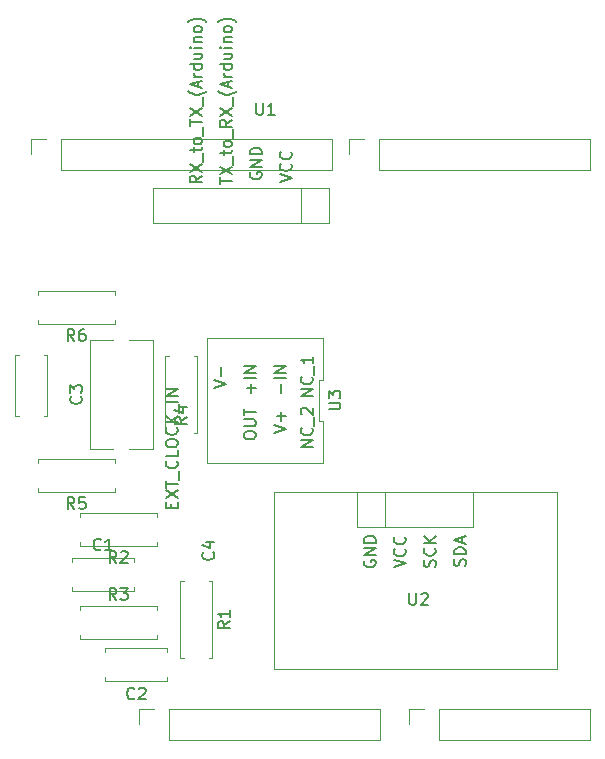
<source format=gbr>
%TF.GenerationSoftware,KiCad,Pcbnew,(6.0.11)*%
%TF.CreationDate,2023-04-06T20:22:21+02:00*%
%TF.ProjectId,ProjetCapteur,50726f6a-6574-4436-9170-746575722e6b,rev?*%
%TF.SameCoordinates,Original*%
%TF.FileFunction,Legend,Top*%
%TF.FilePolarity,Positive*%
%FSLAX46Y46*%
G04 Gerber Fmt 4.6, Leading zero omitted, Abs format (unit mm)*
G04 Created by KiCad (PCBNEW (6.0.11)) date 2023-04-06 20:22:21*
%MOMM*%
%LPD*%
G01*
G04 APERTURE LIST*
%ADD10C,0.150000*%
%ADD11C,0.120000*%
G04 APERTURE END LIST*
D10*
%TO.C,R4*%
X130678380Y-71464666D02*
X130202190Y-71798000D01*
X130678380Y-72036095D02*
X129678380Y-72036095D01*
X129678380Y-71655142D01*
X129726000Y-71559904D01*
X129773619Y-71512285D01*
X129868857Y-71464666D01*
X130011714Y-71464666D01*
X130106952Y-71512285D01*
X130154571Y-71559904D01*
X130202190Y-71655142D01*
X130202190Y-72036095D01*
X130011714Y-70607523D02*
X130678380Y-70607523D01*
X129630761Y-70845619D02*
X130345047Y-71083714D01*
X130345047Y-70464666D01*
%TO.C,C3*%
X121703142Y-69686666D02*
X121750761Y-69734285D01*
X121798380Y-69877142D01*
X121798380Y-69972380D01*
X121750761Y-70115238D01*
X121655523Y-70210476D01*
X121560285Y-70258095D01*
X121369809Y-70305714D01*
X121226952Y-70305714D01*
X121036476Y-70258095D01*
X120941238Y-70210476D01*
X120846000Y-70115238D01*
X120798380Y-69972380D01*
X120798380Y-69877142D01*
X120846000Y-69734285D01*
X120893619Y-69686666D01*
X120798380Y-69353333D02*
X120798380Y-68734285D01*
X121179333Y-69067619D01*
X121179333Y-68924761D01*
X121226952Y-68829523D01*
X121274571Y-68781904D01*
X121369809Y-68734285D01*
X121607904Y-68734285D01*
X121703142Y-68781904D01*
X121750761Y-68829523D01*
X121798380Y-68924761D01*
X121798380Y-69210476D01*
X121750761Y-69305714D01*
X121703142Y-69353333D01*
%TO.C,R6*%
X121169333Y-64976380D02*
X120836000Y-64500190D01*
X120597904Y-64976380D02*
X120597904Y-63976380D01*
X120978857Y-63976380D01*
X121074095Y-64024000D01*
X121121714Y-64071619D01*
X121169333Y-64166857D01*
X121169333Y-64309714D01*
X121121714Y-64404952D01*
X121074095Y-64452571D01*
X120978857Y-64500190D01*
X120597904Y-64500190D01*
X122026476Y-63976380D02*
X121836000Y-63976380D01*
X121740761Y-64024000D01*
X121693142Y-64071619D01*
X121597904Y-64214476D01*
X121550285Y-64404952D01*
X121550285Y-64785904D01*
X121597904Y-64881142D01*
X121645523Y-64928761D01*
X121740761Y-64976380D01*
X121931238Y-64976380D01*
X122026476Y-64928761D01*
X122074095Y-64881142D01*
X122121714Y-64785904D01*
X122121714Y-64547809D01*
X122074095Y-64452571D01*
X122026476Y-64404952D01*
X121931238Y-64357333D01*
X121740761Y-64357333D01*
X121645523Y-64404952D01*
X121597904Y-64452571D01*
X121550285Y-64547809D01*
%TO.C,C4*%
X132909142Y-82894666D02*
X132956761Y-82942285D01*
X133004380Y-83085142D01*
X133004380Y-83180380D01*
X132956761Y-83323238D01*
X132861523Y-83418476D01*
X132766285Y-83466095D01*
X132575809Y-83513714D01*
X132432952Y-83513714D01*
X132242476Y-83466095D01*
X132147238Y-83418476D01*
X132052000Y-83323238D01*
X132004380Y-83180380D01*
X132004380Y-83085142D01*
X132052000Y-82942285D01*
X132099619Y-82894666D01*
X132337714Y-82037523D02*
X133004380Y-82037523D01*
X131956761Y-82275619D02*
X132671047Y-82513714D01*
X132671047Y-81894666D01*
%TO.C,U2*%
X149530095Y-86340380D02*
X149530095Y-87149904D01*
X149577714Y-87245142D01*
X149625333Y-87292761D01*
X149720571Y-87340380D01*
X149911047Y-87340380D01*
X150006285Y-87292761D01*
X150053904Y-87245142D01*
X150101523Y-87149904D01*
X150101523Y-86340380D01*
X150530095Y-86435619D02*
X150577714Y-86388000D01*
X150672952Y-86340380D01*
X150911047Y-86340380D01*
X151006285Y-86388000D01*
X151053904Y-86435619D01*
X151101523Y-86530857D01*
X151101523Y-86626095D01*
X151053904Y-86768952D01*
X150482476Y-87340380D01*
X151101523Y-87340380D01*
X154252761Y-84038285D02*
X154300380Y-83895428D01*
X154300380Y-83657333D01*
X154252761Y-83562095D01*
X154205142Y-83514476D01*
X154109904Y-83466857D01*
X154014666Y-83466857D01*
X153919428Y-83514476D01*
X153871809Y-83562095D01*
X153824190Y-83657333D01*
X153776571Y-83847809D01*
X153728952Y-83943047D01*
X153681333Y-83990666D01*
X153586095Y-84038285D01*
X153490857Y-84038285D01*
X153395619Y-83990666D01*
X153348000Y-83943047D01*
X153300380Y-83847809D01*
X153300380Y-83609714D01*
X153348000Y-83466857D01*
X154300380Y-83038285D02*
X153300380Y-83038285D01*
X153300380Y-82800190D01*
X153348000Y-82657333D01*
X153443238Y-82562095D01*
X153538476Y-82514476D01*
X153728952Y-82466857D01*
X153871809Y-82466857D01*
X154062285Y-82514476D01*
X154157523Y-82562095D01*
X154252761Y-82657333D01*
X154300380Y-82800190D01*
X154300380Y-83038285D01*
X154014666Y-82085904D02*
X154014666Y-81609714D01*
X154300380Y-82181142D02*
X153300380Y-81847809D01*
X154300380Y-81514476D01*
X145728000Y-83585904D02*
X145680380Y-83681142D01*
X145680380Y-83824000D01*
X145728000Y-83966857D01*
X145823238Y-84062095D01*
X145918476Y-84109714D01*
X146108952Y-84157333D01*
X146251809Y-84157333D01*
X146442285Y-84109714D01*
X146537523Y-84062095D01*
X146632761Y-83966857D01*
X146680380Y-83824000D01*
X146680380Y-83728761D01*
X146632761Y-83585904D01*
X146585142Y-83538285D01*
X146251809Y-83538285D01*
X146251809Y-83728761D01*
X146680380Y-83109714D02*
X145680380Y-83109714D01*
X146680380Y-82538285D01*
X145680380Y-82538285D01*
X146680380Y-82062095D02*
X145680380Y-82062095D01*
X145680380Y-81824000D01*
X145728000Y-81681142D01*
X145823238Y-81585904D01*
X145918476Y-81538285D01*
X146108952Y-81490666D01*
X146251809Y-81490666D01*
X146442285Y-81538285D01*
X146537523Y-81585904D01*
X146632761Y-81681142D01*
X146680380Y-81824000D01*
X146680380Y-82062095D01*
X151712761Y-84109714D02*
X151760380Y-83966857D01*
X151760380Y-83728761D01*
X151712761Y-83633523D01*
X151665142Y-83585904D01*
X151569904Y-83538285D01*
X151474666Y-83538285D01*
X151379428Y-83585904D01*
X151331809Y-83633523D01*
X151284190Y-83728761D01*
X151236571Y-83919238D01*
X151188952Y-84014476D01*
X151141333Y-84062095D01*
X151046095Y-84109714D01*
X150950857Y-84109714D01*
X150855619Y-84062095D01*
X150808000Y-84014476D01*
X150760380Y-83919238D01*
X150760380Y-83681142D01*
X150808000Y-83538285D01*
X151665142Y-82538285D02*
X151712761Y-82585904D01*
X151760380Y-82728761D01*
X151760380Y-82824000D01*
X151712761Y-82966857D01*
X151617523Y-83062095D01*
X151522285Y-83109714D01*
X151331809Y-83157333D01*
X151188952Y-83157333D01*
X150998476Y-83109714D01*
X150903238Y-83062095D01*
X150808000Y-82966857D01*
X150760380Y-82824000D01*
X150760380Y-82728761D01*
X150808000Y-82585904D01*
X150855619Y-82538285D01*
X151760380Y-82109714D02*
X150760380Y-82109714D01*
X151760380Y-81538285D02*
X151188952Y-81966857D01*
X150760380Y-81538285D02*
X151331809Y-82109714D01*
X148220380Y-84157333D02*
X149220380Y-83824000D01*
X148220380Y-83490666D01*
X149125142Y-82585904D02*
X149172761Y-82633523D01*
X149220380Y-82776380D01*
X149220380Y-82871619D01*
X149172761Y-83014476D01*
X149077523Y-83109714D01*
X148982285Y-83157333D01*
X148791809Y-83204952D01*
X148648952Y-83204952D01*
X148458476Y-83157333D01*
X148363238Y-83109714D01*
X148268000Y-83014476D01*
X148220380Y-82871619D01*
X148220380Y-82776380D01*
X148268000Y-82633523D01*
X148315619Y-82585904D01*
X149125142Y-81585904D02*
X149172761Y-81633523D01*
X149220380Y-81776380D01*
X149220380Y-81871619D01*
X149172761Y-82014476D01*
X149077523Y-82109714D01*
X148982285Y-82157333D01*
X148791809Y-82204952D01*
X148648952Y-82204952D01*
X148458476Y-82157333D01*
X148363238Y-82109714D01*
X148268000Y-82014476D01*
X148220380Y-81871619D01*
X148220380Y-81776380D01*
X148268000Y-81633523D01*
X148315619Y-81585904D01*
%TO.C,R2*%
X124725333Y-83772380D02*
X124392000Y-83296190D01*
X124153904Y-83772380D02*
X124153904Y-82772380D01*
X124534857Y-82772380D01*
X124630095Y-82820000D01*
X124677714Y-82867619D01*
X124725333Y-82962857D01*
X124725333Y-83105714D01*
X124677714Y-83200952D01*
X124630095Y-83248571D01*
X124534857Y-83296190D01*
X124153904Y-83296190D01*
X125106285Y-82867619D02*
X125153904Y-82820000D01*
X125249142Y-82772380D01*
X125487238Y-82772380D01*
X125582476Y-82820000D01*
X125630095Y-82867619D01*
X125677714Y-82962857D01*
X125677714Y-83058095D01*
X125630095Y-83200952D01*
X125058666Y-83772380D01*
X125677714Y-83772380D01*
%TO.C,R3*%
X124725333Y-86906380D02*
X124392000Y-86430190D01*
X124153904Y-86906380D02*
X124153904Y-85906380D01*
X124534857Y-85906380D01*
X124630095Y-85954000D01*
X124677714Y-86001619D01*
X124725333Y-86096857D01*
X124725333Y-86239714D01*
X124677714Y-86334952D01*
X124630095Y-86382571D01*
X124534857Y-86430190D01*
X124153904Y-86430190D01*
X125058666Y-85906380D02*
X125677714Y-85906380D01*
X125344380Y-86287333D01*
X125487238Y-86287333D01*
X125582476Y-86334952D01*
X125630095Y-86382571D01*
X125677714Y-86477809D01*
X125677714Y-86715904D01*
X125630095Y-86811142D01*
X125582476Y-86858761D01*
X125487238Y-86906380D01*
X125201523Y-86906380D01*
X125106285Y-86858761D01*
X125058666Y-86811142D01*
%TO.C,U1*%
X136576095Y-44842380D02*
X136576095Y-45651904D01*
X136623714Y-45747142D01*
X136671333Y-45794761D01*
X136766571Y-45842380D01*
X136957047Y-45842380D01*
X137052285Y-45794761D01*
X137099904Y-45747142D01*
X137147523Y-45651904D01*
X137147523Y-44842380D01*
X138147523Y-45842380D02*
X137576095Y-45842380D01*
X137861809Y-45842380D02*
X137861809Y-44842380D01*
X137766571Y-44985238D01*
X137671333Y-45080476D01*
X137576095Y-45128095D01*
X138568380Y-51549333D02*
X139568380Y-51216000D01*
X138568380Y-50882666D01*
X139473142Y-49977904D02*
X139520761Y-50025523D01*
X139568380Y-50168380D01*
X139568380Y-50263619D01*
X139520761Y-50406476D01*
X139425523Y-50501714D01*
X139330285Y-50549333D01*
X139139809Y-50596952D01*
X138996952Y-50596952D01*
X138806476Y-50549333D01*
X138711238Y-50501714D01*
X138616000Y-50406476D01*
X138568380Y-50263619D01*
X138568380Y-50168380D01*
X138616000Y-50025523D01*
X138663619Y-49977904D01*
X139473142Y-48977904D02*
X139520761Y-49025523D01*
X139568380Y-49168380D01*
X139568380Y-49263619D01*
X139520761Y-49406476D01*
X139425523Y-49501714D01*
X139330285Y-49549333D01*
X139139809Y-49596952D01*
X138996952Y-49596952D01*
X138806476Y-49549333D01*
X138711238Y-49501714D01*
X138616000Y-49406476D01*
X138568380Y-49263619D01*
X138568380Y-49168380D01*
X138616000Y-49025523D01*
X138663619Y-48977904D01*
X133488380Y-51699428D02*
X133488380Y-51128000D01*
X134488380Y-51413714D02*
X133488380Y-51413714D01*
X133488380Y-50889904D02*
X134488380Y-50223238D01*
X133488380Y-50223238D02*
X134488380Y-50889904D01*
X134583619Y-50080380D02*
X134583619Y-49318476D01*
X133821714Y-49223238D02*
X133821714Y-48842285D01*
X133488380Y-49080380D02*
X134345523Y-49080380D01*
X134440761Y-49032761D01*
X134488380Y-48937523D01*
X134488380Y-48842285D01*
X134488380Y-48366095D02*
X134440761Y-48461333D01*
X134393142Y-48508952D01*
X134297904Y-48556571D01*
X134012190Y-48556571D01*
X133916952Y-48508952D01*
X133869333Y-48461333D01*
X133821714Y-48366095D01*
X133821714Y-48223238D01*
X133869333Y-48128000D01*
X133916952Y-48080380D01*
X134012190Y-48032761D01*
X134297904Y-48032761D01*
X134393142Y-48080380D01*
X134440761Y-48128000D01*
X134488380Y-48223238D01*
X134488380Y-48366095D01*
X134583619Y-47842285D02*
X134583619Y-47080380D01*
X134488380Y-46270857D02*
X134012190Y-46604190D01*
X134488380Y-46842285D02*
X133488380Y-46842285D01*
X133488380Y-46461333D01*
X133536000Y-46366095D01*
X133583619Y-46318476D01*
X133678857Y-46270857D01*
X133821714Y-46270857D01*
X133916952Y-46318476D01*
X133964571Y-46366095D01*
X134012190Y-46461333D01*
X134012190Y-46842285D01*
X133488380Y-45937523D02*
X134488380Y-45270857D01*
X133488380Y-45270857D02*
X134488380Y-45937523D01*
X134583619Y-45128000D02*
X134583619Y-44366095D01*
X134869333Y-43842285D02*
X134821714Y-43889904D01*
X134678857Y-43985142D01*
X134583619Y-44032761D01*
X134440761Y-44080380D01*
X134202666Y-44128000D01*
X134012190Y-44128000D01*
X133774095Y-44080380D01*
X133631238Y-44032761D01*
X133536000Y-43985142D01*
X133393142Y-43889904D01*
X133345523Y-43842285D01*
X134202666Y-43508952D02*
X134202666Y-43032761D01*
X134488380Y-43604190D02*
X133488380Y-43270857D01*
X134488380Y-42937523D01*
X134488380Y-42604190D02*
X133821714Y-42604190D01*
X134012190Y-42604190D02*
X133916952Y-42556571D01*
X133869333Y-42508952D01*
X133821714Y-42413714D01*
X133821714Y-42318476D01*
X134488380Y-41556571D02*
X133488380Y-41556571D01*
X134440761Y-41556571D02*
X134488380Y-41651809D01*
X134488380Y-41842285D01*
X134440761Y-41937523D01*
X134393142Y-41985142D01*
X134297904Y-42032761D01*
X134012190Y-42032761D01*
X133916952Y-41985142D01*
X133869333Y-41937523D01*
X133821714Y-41842285D01*
X133821714Y-41651809D01*
X133869333Y-41556571D01*
X133821714Y-40651809D02*
X134488380Y-40651809D01*
X133821714Y-41080380D02*
X134345523Y-41080380D01*
X134440761Y-41032761D01*
X134488380Y-40937523D01*
X134488380Y-40794666D01*
X134440761Y-40699428D01*
X134393142Y-40651809D01*
X134488380Y-40175619D02*
X133821714Y-40175619D01*
X133488380Y-40175619D02*
X133536000Y-40223238D01*
X133583619Y-40175619D01*
X133536000Y-40128000D01*
X133488380Y-40175619D01*
X133583619Y-40175619D01*
X133821714Y-39699428D02*
X134488380Y-39699428D01*
X133916952Y-39699428D02*
X133869333Y-39651809D01*
X133821714Y-39556571D01*
X133821714Y-39413714D01*
X133869333Y-39318476D01*
X133964571Y-39270857D01*
X134488380Y-39270857D01*
X134488380Y-38651809D02*
X134440761Y-38747047D01*
X134393142Y-38794666D01*
X134297904Y-38842285D01*
X134012190Y-38842285D01*
X133916952Y-38794666D01*
X133869333Y-38747047D01*
X133821714Y-38651809D01*
X133821714Y-38508952D01*
X133869333Y-38413714D01*
X133916952Y-38366095D01*
X134012190Y-38318476D01*
X134297904Y-38318476D01*
X134393142Y-38366095D01*
X134440761Y-38413714D01*
X134488380Y-38508952D01*
X134488380Y-38651809D01*
X134869333Y-37985142D02*
X134821714Y-37937523D01*
X134678857Y-37842285D01*
X134583619Y-37794666D01*
X134440761Y-37747047D01*
X134202666Y-37699428D01*
X134012190Y-37699428D01*
X133774095Y-37747047D01*
X133631238Y-37794666D01*
X133536000Y-37842285D01*
X133393142Y-37937523D01*
X133345523Y-37985142D01*
X136076000Y-50723904D02*
X136028380Y-50819142D01*
X136028380Y-50962000D01*
X136076000Y-51104857D01*
X136171238Y-51200095D01*
X136266476Y-51247714D01*
X136456952Y-51295333D01*
X136599809Y-51295333D01*
X136790285Y-51247714D01*
X136885523Y-51200095D01*
X136980761Y-51104857D01*
X137028380Y-50962000D01*
X137028380Y-50866761D01*
X136980761Y-50723904D01*
X136933142Y-50676285D01*
X136599809Y-50676285D01*
X136599809Y-50866761D01*
X137028380Y-50247714D02*
X136028380Y-50247714D01*
X137028380Y-49676285D01*
X136028380Y-49676285D01*
X137028380Y-49200095D02*
X136028380Y-49200095D01*
X136028380Y-48962000D01*
X136076000Y-48819142D01*
X136171238Y-48723904D01*
X136266476Y-48676285D01*
X136456952Y-48628666D01*
X136599809Y-48628666D01*
X136790285Y-48676285D01*
X136885523Y-48723904D01*
X136980761Y-48819142D01*
X137028380Y-48962000D01*
X137028380Y-49200095D01*
X131948380Y-50985142D02*
X131472190Y-51318476D01*
X131948380Y-51556571D02*
X130948380Y-51556571D01*
X130948380Y-51175619D01*
X130996000Y-51080380D01*
X131043619Y-51032761D01*
X131138857Y-50985142D01*
X131281714Y-50985142D01*
X131376952Y-51032761D01*
X131424571Y-51080380D01*
X131472190Y-51175619D01*
X131472190Y-51556571D01*
X130948380Y-50651809D02*
X131948380Y-49985142D01*
X130948380Y-49985142D02*
X131948380Y-50651809D01*
X132043619Y-49842285D02*
X132043619Y-49080380D01*
X131281714Y-48985142D02*
X131281714Y-48604190D01*
X130948380Y-48842285D02*
X131805523Y-48842285D01*
X131900761Y-48794666D01*
X131948380Y-48699428D01*
X131948380Y-48604190D01*
X131948380Y-48128000D02*
X131900761Y-48223238D01*
X131853142Y-48270857D01*
X131757904Y-48318476D01*
X131472190Y-48318476D01*
X131376952Y-48270857D01*
X131329333Y-48223238D01*
X131281714Y-48128000D01*
X131281714Y-47985142D01*
X131329333Y-47889904D01*
X131376952Y-47842285D01*
X131472190Y-47794666D01*
X131757904Y-47794666D01*
X131853142Y-47842285D01*
X131900761Y-47889904D01*
X131948380Y-47985142D01*
X131948380Y-48128000D01*
X132043619Y-47604190D02*
X132043619Y-46842285D01*
X130948380Y-46747047D02*
X130948380Y-46175619D01*
X131948380Y-46461333D02*
X130948380Y-46461333D01*
X130948380Y-45937523D02*
X131948380Y-45270857D01*
X130948380Y-45270857D02*
X131948380Y-45937523D01*
X132043619Y-45128000D02*
X132043619Y-44366095D01*
X132329333Y-43842285D02*
X132281714Y-43889904D01*
X132138857Y-43985142D01*
X132043619Y-44032761D01*
X131900761Y-44080380D01*
X131662666Y-44128000D01*
X131472190Y-44128000D01*
X131234095Y-44080380D01*
X131091238Y-44032761D01*
X130996000Y-43985142D01*
X130853142Y-43889904D01*
X130805523Y-43842285D01*
X131662666Y-43508952D02*
X131662666Y-43032761D01*
X131948380Y-43604190D02*
X130948380Y-43270857D01*
X131948380Y-42937523D01*
X131948380Y-42604190D02*
X131281714Y-42604190D01*
X131472190Y-42604190D02*
X131376952Y-42556571D01*
X131329333Y-42508952D01*
X131281714Y-42413714D01*
X131281714Y-42318476D01*
X131948380Y-41556571D02*
X130948380Y-41556571D01*
X131900761Y-41556571D02*
X131948380Y-41651809D01*
X131948380Y-41842285D01*
X131900761Y-41937523D01*
X131853142Y-41985142D01*
X131757904Y-42032761D01*
X131472190Y-42032761D01*
X131376952Y-41985142D01*
X131329333Y-41937523D01*
X131281714Y-41842285D01*
X131281714Y-41651809D01*
X131329333Y-41556571D01*
X131281714Y-40651809D02*
X131948380Y-40651809D01*
X131281714Y-41080380D02*
X131805523Y-41080380D01*
X131900761Y-41032761D01*
X131948380Y-40937523D01*
X131948380Y-40794666D01*
X131900761Y-40699428D01*
X131853142Y-40651809D01*
X131948380Y-40175619D02*
X131281714Y-40175619D01*
X130948380Y-40175619D02*
X130996000Y-40223238D01*
X131043619Y-40175619D01*
X130996000Y-40128000D01*
X130948380Y-40175619D01*
X131043619Y-40175619D01*
X131281714Y-39699428D02*
X131948380Y-39699428D01*
X131376952Y-39699428D02*
X131329333Y-39651809D01*
X131281714Y-39556571D01*
X131281714Y-39413714D01*
X131329333Y-39318476D01*
X131424571Y-39270857D01*
X131948380Y-39270857D01*
X131948380Y-38651809D02*
X131900761Y-38747047D01*
X131853142Y-38794666D01*
X131757904Y-38842285D01*
X131472190Y-38842285D01*
X131376952Y-38794666D01*
X131329333Y-38747047D01*
X131281714Y-38651809D01*
X131281714Y-38508952D01*
X131329333Y-38413714D01*
X131376952Y-38366095D01*
X131472190Y-38318476D01*
X131757904Y-38318476D01*
X131853142Y-38366095D01*
X131900761Y-38413714D01*
X131948380Y-38508952D01*
X131948380Y-38651809D01*
X132329333Y-37985142D02*
X132281714Y-37937523D01*
X132138857Y-37842285D01*
X132043619Y-37794666D01*
X131900761Y-37747047D01*
X131662666Y-37699428D01*
X131472190Y-37699428D01*
X131234095Y-37747047D01*
X131091238Y-37794666D01*
X130996000Y-37842285D01*
X130853142Y-37937523D01*
X130805523Y-37985142D01*
%TO.C,R5*%
X121169333Y-79200380D02*
X120836000Y-78724190D01*
X120597904Y-79200380D02*
X120597904Y-78200380D01*
X120978857Y-78200380D01*
X121074095Y-78248000D01*
X121121714Y-78295619D01*
X121169333Y-78390857D01*
X121169333Y-78533714D01*
X121121714Y-78628952D01*
X121074095Y-78676571D01*
X120978857Y-78724190D01*
X120597904Y-78724190D01*
X122074095Y-78200380D02*
X121597904Y-78200380D01*
X121550285Y-78676571D01*
X121597904Y-78628952D01*
X121693142Y-78581333D01*
X121931238Y-78581333D01*
X122026476Y-78628952D01*
X122074095Y-78676571D01*
X122121714Y-78771809D01*
X122121714Y-79009904D01*
X122074095Y-79105142D01*
X122026476Y-79152761D01*
X121931238Y-79200380D01*
X121693142Y-79200380D01*
X121597904Y-79152761D01*
X121550285Y-79105142D01*
%TO.C,R1*%
X134318380Y-88736666D02*
X133842190Y-89070000D01*
X134318380Y-89308095D02*
X133318380Y-89308095D01*
X133318380Y-88927142D01*
X133366000Y-88831904D01*
X133413619Y-88784285D01*
X133508857Y-88736666D01*
X133651714Y-88736666D01*
X133746952Y-88784285D01*
X133794571Y-88831904D01*
X133842190Y-88927142D01*
X133842190Y-89308095D01*
X134318380Y-87784285D02*
X134318380Y-88355714D01*
X134318380Y-88070000D02*
X133318380Y-88070000D01*
X133461238Y-88165238D01*
X133556476Y-88260476D01*
X133604095Y-88355714D01*
%TO.C,U3*%
X142700380Y-70789904D02*
X143509904Y-70789904D01*
X143605142Y-70742285D01*
X143652761Y-70694666D01*
X143700380Y-70599428D01*
X143700380Y-70408952D01*
X143652761Y-70313714D01*
X143605142Y-70266095D01*
X143509904Y-70218476D01*
X142700380Y-70218476D01*
X142700380Y-69837523D02*
X142700380Y-69218476D01*
X143081333Y-69551809D01*
X143081333Y-69408952D01*
X143128952Y-69313714D01*
X143176571Y-69266095D01*
X143271809Y-69218476D01*
X143509904Y-69218476D01*
X143605142Y-69266095D01*
X143652761Y-69313714D01*
X143700380Y-69408952D01*
X143700380Y-69694666D01*
X143652761Y-69789904D01*
X143605142Y-69837523D01*
X138060380Y-72758380D02*
X139060380Y-72425047D01*
X138060380Y-72091714D01*
X138679428Y-71758380D02*
X138679428Y-70996476D01*
X139060380Y-71377428D02*
X138298476Y-71377428D01*
X138679428Y-69392857D02*
X138679428Y-68630952D01*
X139060380Y-68154761D02*
X138060380Y-68154761D01*
X139060380Y-67678571D02*
X138060380Y-67678571D01*
X139060380Y-67107142D01*
X138060380Y-67107142D01*
X129392571Y-79115809D02*
X129392571Y-78782476D01*
X129916380Y-78639619D02*
X129916380Y-79115809D01*
X128916380Y-79115809D01*
X128916380Y-78639619D01*
X128916380Y-78306285D02*
X129916380Y-77639619D01*
X128916380Y-77639619D02*
X129916380Y-78306285D01*
X128916380Y-77401523D02*
X128916380Y-76830095D01*
X129916380Y-77115809D02*
X128916380Y-77115809D01*
X130011619Y-76734857D02*
X130011619Y-75972952D01*
X129821142Y-75163428D02*
X129868761Y-75211047D01*
X129916380Y-75353904D01*
X129916380Y-75449142D01*
X129868761Y-75592000D01*
X129773523Y-75687238D01*
X129678285Y-75734857D01*
X129487809Y-75782476D01*
X129344952Y-75782476D01*
X129154476Y-75734857D01*
X129059238Y-75687238D01*
X128964000Y-75592000D01*
X128916380Y-75449142D01*
X128916380Y-75353904D01*
X128964000Y-75211047D01*
X129011619Y-75163428D01*
X129916380Y-74258666D02*
X129916380Y-74734857D01*
X128916380Y-74734857D01*
X128916380Y-73734857D02*
X128916380Y-73544380D01*
X128964000Y-73449142D01*
X129059238Y-73353904D01*
X129249714Y-73306285D01*
X129583047Y-73306285D01*
X129773523Y-73353904D01*
X129868761Y-73449142D01*
X129916380Y-73544380D01*
X129916380Y-73734857D01*
X129868761Y-73830095D01*
X129773523Y-73925333D01*
X129583047Y-73972952D01*
X129249714Y-73972952D01*
X129059238Y-73925333D01*
X128964000Y-73830095D01*
X128916380Y-73734857D01*
X129821142Y-72306285D02*
X129868761Y-72353904D01*
X129916380Y-72496761D01*
X129916380Y-72592000D01*
X129868761Y-72734857D01*
X129773523Y-72830095D01*
X129678285Y-72877714D01*
X129487809Y-72925333D01*
X129344952Y-72925333D01*
X129154476Y-72877714D01*
X129059238Y-72830095D01*
X128964000Y-72734857D01*
X128916380Y-72592000D01*
X128916380Y-72496761D01*
X128964000Y-72353904D01*
X129011619Y-72306285D01*
X129916380Y-71877714D02*
X128916380Y-71877714D01*
X129916380Y-71306285D02*
X129344952Y-71734857D01*
X128916380Y-71306285D02*
X129487809Y-71877714D01*
X130011619Y-71115809D02*
X130011619Y-70353904D01*
X129916380Y-70115809D02*
X128916380Y-70115809D01*
X129916380Y-69639619D02*
X128916380Y-69639619D01*
X129916380Y-69068190D01*
X128916380Y-69068190D01*
X141346380Y-73956857D02*
X140346380Y-73956857D01*
X141346380Y-73385428D01*
X140346380Y-73385428D01*
X141251142Y-72337809D02*
X141298761Y-72385428D01*
X141346380Y-72528285D01*
X141346380Y-72623523D01*
X141298761Y-72766380D01*
X141203523Y-72861619D01*
X141108285Y-72909238D01*
X140917809Y-72956857D01*
X140774952Y-72956857D01*
X140584476Y-72909238D01*
X140489238Y-72861619D01*
X140394000Y-72766380D01*
X140346380Y-72623523D01*
X140346380Y-72528285D01*
X140394000Y-72385428D01*
X140441619Y-72337809D01*
X141441619Y-72147333D02*
X141441619Y-71385428D01*
X140441619Y-71194952D02*
X140394000Y-71147333D01*
X140346380Y-71052095D01*
X140346380Y-70814000D01*
X140394000Y-70718761D01*
X140441619Y-70671142D01*
X140536857Y-70623523D01*
X140632095Y-70623523D01*
X140774952Y-70671142D01*
X141346380Y-71242571D01*
X141346380Y-70623523D01*
X136139428Y-69392857D02*
X136139428Y-68630952D01*
X136520380Y-69011904D02*
X135758476Y-69011904D01*
X136520380Y-68154761D02*
X135520380Y-68154761D01*
X136520380Y-67678571D02*
X135520380Y-67678571D01*
X136520380Y-67107142D01*
X135520380Y-67107142D01*
X141346380Y-69638857D02*
X140346380Y-69638857D01*
X141346380Y-69067428D01*
X140346380Y-69067428D01*
X141251142Y-68019809D02*
X141298761Y-68067428D01*
X141346380Y-68210285D01*
X141346380Y-68305523D01*
X141298761Y-68448380D01*
X141203523Y-68543619D01*
X141108285Y-68591238D01*
X140917809Y-68638857D01*
X140774952Y-68638857D01*
X140584476Y-68591238D01*
X140489238Y-68543619D01*
X140394000Y-68448380D01*
X140346380Y-68305523D01*
X140346380Y-68210285D01*
X140394000Y-68067428D01*
X140441619Y-68019809D01*
X141441619Y-67829333D02*
X141441619Y-67067428D01*
X141346380Y-66305523D02*
X141346380Y-66876952D01*
X141346380Y-66591238D02*
X140346380Y-66591238D01*
X140489238Y-66686476D01*
X140584476Y-66781714D01*
X140632095Y-66876952D01*
X132980380Y-68948380D02*
X133980380Y-68615047D01*
X132980380Y-68281714D01*
X133599428Y-67948380D02*
X133599428Y-67186476D01*
X135520380Y-73060000D02*
X135520380Y-72869523D01*
X135568000Y-72774285D01*
X135663238Y-72679047D01*
X135853714Y-72631428D01*
X136187047Y-72631428D01*
X136377523Y-72679047D01*
X136472761Y-72774285D01*
X136520380Y-72869523D01*
X136520380Y-73060000D01*
X136472761Y-73155238D01*
X136377523Y-73250476D01*
X136187047Y-73298095D01*
X135853714Y-73298095D01*
X135663238Y-73250476D01*
X135568000Y-73155238D01*
X135520380Y-73060000D01*
X135520380Y-72202857D02*
X136329904Y-72202857D01*
X136425142Y-72155238D01*
X136472761Y-72107619D01*
X136520380Y-72012380D01*
X136520380Y-71821904D01*
X136472761Y-71726666D01*
X136425142Y-71679047D01*
X136329904Y-71631428D01*
X135520380Y-71631428D01*
X135520380Y-71298095D02*
X135520380Y-70726666D01*
X136520380Y-71012380D02*
X135520380Y-71012380D01*
%TO.C,C2*%
X126249333Y-95237142D02*
X126201714Y-95284761D01*
X126058857Y-95332380D01*
X125963619Y-95332380D01*
X125820761Y-95284761D01*
X125725523Y-95189523D01*
X125677904Y-95094285D01*
X125630285Y-94903809D01*
X125630285Y-94760952D01*
X125677904Y-94570476D01*
X125725523Y-94475238D01*
X125820761Y-94380000D01*
X125963619Y-94332380D01*
X126058857Y-94332380D01*
X126201714Y-94380000D01*
X126249333Y-94427619D01*
X126630285Y-94427619D02*
X126677904Y-94380000D01*
X126773142Y-94332380D01*
X127011238Y-94332380D01*
X127106476Y-94380000D01*
X127154095Y-94427619D01*
X127201714Y-94522857D01*
X127201714Y-94618095D01*
X127154095Y-94760952D01*
X126582666Y-95332380D01*
X127201714Y-95332380D01*
%TO.C,C1*%
X123415333Y-82617142D02*
X123367714Y-82664761D01*
X123224857Y-82712380D01*
X123129619Y-82712380D01*
X122986761Y-82664761D01*
X122891523Y-82569523D01*
X122843904Y-82474285D01*
X122796285Y-82283809D01*
X122796285Y-82140952D01*
X122843904Y-81950476D01*
X122891523Y-81855238D01*
X122986761Y-81760000D01*
X123129619Y-81712380D01*
X123224857Y-81712380D01*
X123367714Y-81760000D01*
X123415333Y-81807619D01*
X124367714Y-82712380D02*
X123796285Y-82712380D01*
X124082000Y-82712380D02*
X124082000Y-81712380D01*
X123986761Y-81855238D01*
X123891523Y-81950476D01*
X123796285Y-81998095D01*
D11*
%TO.C,R4*%
X128856000Y-66250000D02*
X129186000Y-66250000D01*
X129186000Y-72790000D02*
X128856000Y-72790000D01*
X131266000Y-72790000D02*
X131596000Y-72790000D01*
X131596000Y-72790000D02*
X131596000Y-66250000D01*
X128856000Y-72790000D02*
X128856000Y-66250000D01*
X131596000Y-66250000D02*
X131266000Y-66250000D01*
%TO.C,C3*%
X122476000Y-74140000D02*
X122476000Y-64900000D01*
X125811000Y-64900000D02*
X127816000Y-64900000D01*
X122476000Y-74140000D02*
X124481000Y-74140000D01*
X127816000Y-74140000D02*
X127816000Y-64900000D01*
X122476000Y-64900000D02*
X124481000Y-64900000D01*
X125811000Y-74140000D02*
X127816000Y-74140000D01*
%TO.C,R6*%
X118066000Y-63524000D02*
X118066000Y-63194000D01*
X124606000Y-63194000D02*
X124606000Y-63524000D01*
X124606000Y-61114000D02*
X124606000Y-60784000D01*
X124606000Y-60784000D02*
X118066000Y-60784000D01*
X124606000Y-63524000D02*
X118066000Y-63524000D01*
X118066000Y-60784000D02*
X118066000Y-61114000D01*
%TO.C,C4*%
X116156000Y-71378000D02*
X116471000Y-71378000D01*
X118581000Y-71378000D02*
X118896000Y-71378000D01*
X116156000Y-66138000D02*
X116471000Y-66138000D01*
X118896000Y-71378000D02*
X118896000Y-66138000D01*
X116156000Y-71378000D02*
X116156000Y-66138000D01*
X118581000Y-66138000D02*
X118896000Y-66138000D01*
%TO.C,U2*%
X154948000Y-80768000D02*
X145128000Y-80768000D01*
X154948000Y-77768000D02*
X154948000Y-80768000D01*
X138038000Y-92768000D02*
X162038000Y-92768000D01*
X162038000Y-77768000D02*
X162038000Y-92768000D01*
X145128000Y-77768000D02*
X154948000Y-77768000D01*
X138038000Y-77768000D02*
X162038000Y-77768000D01*
X138038000Y-77768000D02*
X138038000Y-92768000D01*
X147498000Y-77768000D02*
X147498000Y-80768000D01*
X145128000Y-80768000D02*
X145128000Y-77768000D01*
%TO.C,J1*%
X126610000Y-96130000D02*
X127940000Y-96130000D01*
X129210000Y-98790000D02*
X129210000Y-96130000D01*
X129210000Y-96130000D02*
X147050000Y-96130000D01*
X147050000Y-98790000D02*
X147050000Y-96130000D01*
X129210000Y-98790000D02*
X147050000Y-98790000D01*
X126610000Y-97460000D02*
X126610000Y-96130000D01*
%TO.C,J3*%
X164830000Y-98790000D02*
X164830000Y-96130000D01*
X152070000Y-98790000D02*
X164830000Y-98790000D01*
X149470000Y-96130000D02*
X150800000Y-96130000D01*
X152070000Y-96130000D02*
X164830000Y-96130000D01*
X152070000Y-98790000D02*
X152070000Y-96130000D01*
X149470000Y-97460000D02*
X149470000Y-96130000D01*
%TO.C,J2*%
X117466000Y-47870000D02*
X118796000Y-47870000D01*
X120066000Y-50530000D02*
X120066000Y-47870000D01*
X120066000Y-47870000D02*
X142986000Y-47870000D01*
X117466000Y-49200000D02*
X117466000Y-47870000D01*
X142986000Y-50530000D02*
X142986000Y-47870000D01*
X120066000Y-50530000D02*
X142986000Y-50530000D01*
%TO.C,J4*%
X144390000Y-47870000D02*
X145720000Y-47870000D01*
X146990000Y-50530000D02*
X146990000Y-47870000D01*
X146990000Y-47870000D02*
X164830000Y-47870000D01*
X164830000Y-50530000D02*
X164830000Y-47870000D01*
X146990000Y-50530000D02*
X164830000Y-50530000D01*
X144390000Y-49200000D02*
X144390000Y-47870000D01*
%TO.C,R2*%
X121622000Y-82320000D02*
X121622000Y-81990000D01*
X128162000Y-81990000D02*
X128162000Y-82320000D01*
X128162000Y-79910000D02*
X128162000Y-79580000D01*
X128162000Y-79580000D02*
X121622000Y-79580000D01*
X128162000Y-82320000D02*
X121622000Y-82320000D01*
X121622000Y-79580000D02*
X121622000Y-79910000D01*
%TO.C,R3*%
X128162000Y-87454000D02*
X128162000Y-87784000D01*
X121622000Y-87784000D02*
X121622000Y-87454000D01*
X121622000Y-89864000D02*
X121622000Y-90194000D01*
X121622000Y-90194000D02*
X128162000Y-90194000D01*
X121622000Y-87454000D02*
X128162000Y-87454000D01*
X128162000Y-90194000D02*
X128162000Y-89864000D01*
%TO.C,U1*%
X127856000Y-55018000D02*
X127856000Y-52018000D01*
X140386000Y-55018000D02*
X140386000Y-52018000D01*
X142756000Y-55018000D02*
X127856000Y-55018000D01*
X127856000Y-52018000D02*
X142756000Y-52018000D01*
X142756000Y-52018000D02*
X142756000Y-55018000D01*
%TO.C,R5*%
X118066000Y-77748000D02*
X118066000Y-77418000D01*
X124606000Y-77418000D02*
X124606000Y-77748000D01*
X124606000Y-75338000D02*
X124606000Y-75008000D01*
X124606000Y-75008000D02*
X118066000Y-75008000D01*
X124606000Y-77748000D02*
X118066000Y-77748000D01*
X118066000Y-75008000D02*
X118066000Y-75338000D01*
%TO.C,R1*%
X132866000Y-91840000D02*
X132536000Y-91840000D01*
X132536000Y-85300000D02*
X132866000Y-85300000D01*
X130456000Y-85300000D02*
X130126000Y-85300000D01*
X130126000Y-85300000D02*
X130126000Y-91840000D01*
X132866000Y-85300000D02*
X132866000Y-91840000D01*
X130126000Y-91840000D02*
X130456000Y-91840000D01*
%TO.C,U3*%
X142248000Y-68274667D02*
X142248000Y-64768000D01*
X142248000Y-64768000D02*
X132428000Y-64768000D01*
X142248000Y-75288000D02*
X142248000Y-71781333D01*
X142248000Y-71781333D02*
X141888000Y-71781333D01*
X132428000Y-75288000D02*
X142248000Y-75288000D01*
X141888000Y-71781333D02*
X141888000Y-68274667D01*
X132428000Y-64768000D02*
X132428000Y-75288000D01*
X141888000Y-68274667D02*
X142248000Y-68274667D01*
%TO.C,C2*%
X129036000Y-93750000D02*
X129036000Y-93435000D01*
X129036000Y-91325000D02*
X129036000Y-91010000D01*
X123796000Y-93750000D02*
X123796000Y-93435000D01*
X129036000Y-91010000D02*
X123796000Y-91010000D01*
X129036000Y-93750000D02*
X123796000Y-93750000D01*
X123796000Y-91325000D02*
X123796000Y-91010000D01*
%TO.C,C1*%
X120962000Y-83390000D02*
X120962000Y-83705000D01*
X120962000Y-85815000D02*
X120962000Y-86130000D01*
X126202000Y-83390000D02*
X126202000Y-83705000D01*
X120962000Y-86130000D02*
X126202000Y-86130000D01*
X120962000Y-83390000D02*
X126202000Y-83390000D01*
X126202000Y-85815000D02*
X126202000Y-86130000D01*
%TD*%
M02*

</source>
